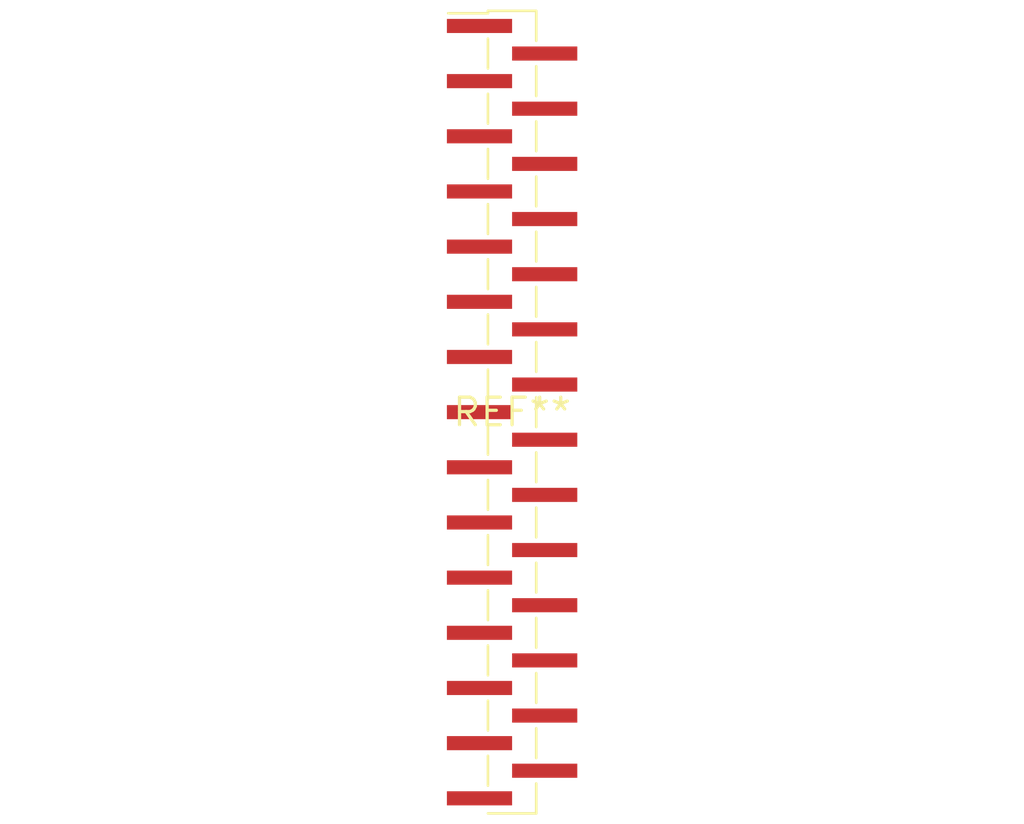
<source format=kicad_pcb>
(kicad_pcb (version 20240108) (generator pcbnew)
  (layers (0 "F.Cu" signal) (31 "B.Cu" signal) (34 "B.Paste" user) (35 "F.Paste" user) (36 "B.SilkS" user "B.Silkscreen") (37 "F.SilkS" user "F.Silkscreen") (38 "B.Mask" user) (39 "F.Mask" user) (44 "Edge.Cuts" user))
  (net 0 "")
  (footprint "PinHeader_1x29_P1.27mm_Vertical_SMD_Pin1Left" (layer "F.Cu") (at 0 0)
    (property "Reference" "REF**")
    (property "Value" "PinHeader_1x29_P1.27mm_Vertical_SMD_Pin1Left")
    (fp_line (start -1.11 -18.475) (end -1.11 -18.365) (layer "F.SilkS") (stroke (width 0.12)))
    (fp_line (start -1.11 -18.475) (end 1.11 -18.475) (layer "F.SilkS") (stroke (width 0.12)))
    (fp_line (start -1.11 -18.365) (end -2.94 -18.365) (layer "F.SilkS") (stroke (width 0.12)))
    (fp_line (start -1.11 -17.195) (end -1.11 -15.825) (layer "F.SilkS") (stroke (width 0.12)))
    (fp_line (start -1.11 -14.655) (end -1.11 -13.285) (layer "F.SilkS") (stroke (width 0.12)))
    (fp_line (start -1.11 -12.115) (end -1.11 -10.745) (layer "F.SilkS") (stroke (width 0.12)))
    (fp_line (start -1.11 -9.575) (end -1.11 -8.205) (layer "F.SilkS") (stroke (width 0.12)))
    (fp_line (start -1.11 -7.035) (end -1.11 -5.665) (layer "F.SilkS") (stroke (width 0.12)))
    (fp_line (start -1.11 -4.495) (end -1.11 -3.125) (layer "F.SilkS") (stroke (width 0.12)))
    (fp_line (start -1.11 -1.955) (end -1.11 -0.585) (layer "F.SilkS") (stroke (width 0.12)))
    (fp_line (start -1.11 0.585) (end -1.11 1.955) (layer "F.SilkS") (stroke (width 0.12)))
    (fp_line (start -1.11 3.125) (end -1.11 4.495) (layer "F.SilkS") (stroke (width 0.12)))
    (fp_line (start -1.11 5.665) (end -1.11 7.035) (layer "F.SilkS") (stroke (width 0.12)))
    (fp_line (start -1.11 8.205) (end -1.11 9.575) (layer "F.SilkS") (stroke (width 0.12)))
    (fp_line (start -1.11 10.745) (end -1.11 12.115) (layer "F.SilkS") (stroke (width 0.12)))
    (fp_line (start -1.11 13.285) (end -1.11 14.655) (layer "F.SilkS") (stroke (width 0.12)))
    (fp_line (start -1.11 15.825) (end -1.11 17.195) (layer "F.SilkS") (stroke (width 0.12)))
    (fp_line (start -1.11 18.475) (end 1.11 18.475) (layer "F.SilkS") (stroke (width 0.12)))
    (fp_line (start 1.11 -18.465) (end 1.11 -17.095) (layer "F.SilkS") (stroke (width 0.12)))
    (fp_line (start 1.11 -15.925) (end 1.11 -14.555) (layer "F.SilkS") (stroke (width 0.12)))
    (fp_line (start 1.11 -13.385) (end 1.11 -12.015) (layer "F.SilkS") (stroke (width 0.12)))
    (fp_line (start 1.11 -10.845) (end 1.11 -9.475) (layer "F.SilkS") (stroke (width 0.12)))
    (fp_line (start 1.11 -8.305) (end 1.11 -6.935) (layer "F.SilkS") (stroke (width 0.12)))
    (fp_line (start 1.11 -5.765) (end 1.11 -4.395) (layer "F.SilkS") (stroke (width 0.12)))
    (fp_line (start 1.11 -3.225) (end 1.11 -1.855) (layer "F.SilkS") (stroke (width 0.12)))
    (fp_line (start 1.11 -0.685) (end 1.11 0.685) (layer "F.SilkS") (stroke (width 0.12)))
    (fp_line (start 1.11 1.855) (end 1.11 3.225) (layer "F.SilkS") (stroke (width 0.12)))
    (fp_line (start 1.11 4.395) (end 1.11 5.765) (layer "F.SilkS") (stroke (width 0.12)))
    (fp_line (start 1.11 6.935) (end 1.11 8.305) (layer "F.SilkS") (stroke (width 0.12)))
    (fp_line (start 1.11 9.475) (end 1.11 10.845) (layer "F.SilkS") (stroke (width 0.12)))
    (fp_line (start 1.11 12.015) (end 1.11 13.385) (layer "F.SilkS") (stroke (width 0.12)))
    (fp_line (start 1.11 14.555) (end 1.11 15.925) (layer "F.SilkS") (stroke (width 0.12)))
    (fp_line (start 1.11 17.095) (end 1.11 18.465) (layer "F.SilkS") (stroke (width 0.12)))
    (fp_line (start 1.11 18.365) (end 1.11 18.475) (layer "F.SilkS") (stroke (width 0.12)))
    (pad "1" smd rect (at -1.5 -17.78) (size 3 0.65) (layers "F.Cu" "F.Paste" "F.Mask"))
    (pad "2" smd rect (at 1.5 -16.51) (size 3 0.65) (layers "F.Cu" "F.Paste" "F.Mask"))
    (pad "3" smd rect (at -1.5 -15.24) (size 3 0.65) (layers "F.Cu" "F.Paste" "F.Mask"))
    (pad "4" smd rect (at 1.5 -13.97) (size 3 0.65) (layers "F.Cu" "F.Paste" "F.Mask"))
    (pad "5" smd rect (at -1.5 -12.7) (size 3 0.65) (layers "F.Cu" "F.Paste" "F.Mask"))
    (pad "6" smd rect (at 1.5 -11.43) (size 3 0.65) (layers "F.Cu" "F.Paste" "F.Mask"))
    (pad "7" smd rect (at -1.5 -10.16) (size 3 0.65) (layers "F.Cu" "F.Paste" "F.Mask"))
    (pad "8" smd rect (at 1.5 -8.89) (size 3 0.65) (layers "F.Cu" "F.Paste" "F.Mask"))
    (pad "9" smd rect (at -1.5 -7.62) (size 3 0.65) (layers "F.Cu" "F.Paste" "F.Mask"))
    (pad "10" smd rect (at 1.5 -6.35) (size 3 0.65) (layers "F.Cu" "F.Paste" "F.Mask"))
    (pad "11" smd rect (at -1.5 -5.08) (size 3 0.65) (layers "F.Cu" "F.Paste" "F.Mask"))
    (pad "12" smd rect (at 1.5 -3.81) (size 3 0.65) (layers "F.Cu" "F.Paste" "F.Mask"))
    (pad "13" smd rect (at -1.5 -2.54) (size 3 0.65) (layers "F.Cu" "F.Paste" "F.Mask"))
    (pad "14" smd rect (at 1.5 -1.27) (size 3 0.65) (layers "F.Cu" "F.Paste" "F.Mask"))
    (pad "15" smd rect (at -1.5 0) (size 3 0.65) (layers "F.Cu" "F.Paste" "F.Mask"))
    (pad "16" smd rect (at 1.5 1.27) (size 3 0.65) (layers "F.Cu" "F.Paste" "F.Mask"))
    (pad "17" smd rect (at -1.5 2.54) (size 3 0.65) (layers "F.Cu" "F.Paste" "F.Mask"))
    (pad "18" smd rect (at 1.5 3.81) (size 3 0.65) (layers "F.Cu" "F.Paste" "F.Mask"))
    (pad "19" smd rect (at -1.5 5.08) (size 3 0.65) (layers "F.Cu" "F.Paste" "F.Mask"))
    (pad "20" smd rect (at 1.5 6.35) (size 3 0.65) (layers "F.Cu" "F.Paste" "F.Mask"))
    (pad "21" smd rect (at -1.5 7.62) (size 3 0.65) (layers "F.Cu" "F.Paste" "F.Mask"))
    (pad "22" smd rect (at 1.5 8.89) (size 3 0.65) (layers "F.Cu" "F.Paste" "F.Mask"))
    (pad "23" smd rect (at -1.5 10.16) (size 3 0.65) (layers "F.Cu" "F.Paste" "F.Mask"))
    (pad "24" smd rect (at 1.5 11.43) (size 3 0.65) (layers "F.Cu" "F.Paste" "F.Mask"))
    (pad "25" smd rect (at -1.5 12.7) (size 3 0.65) (layers "F.Cu" "F.Paste" "F.Mask"))
    (pad "26" smd rect (at 1.5 13.97) (size 3 0.65) (layers "F.Cu" "F.Paste" "F.Mask"))
    (pad "27" smd rect (at -1.5 15.24) (size 3 0.65) (layers "F.Cu" "F.Paste" "F.Mask"))
    (pad "28" smd rect (at 1.5 16.51) (size 3 0.65) (layers "F.Cu" "F.Paste" "F.Mask"))
    (pad "29" smd rect (at -1.5 17.78) (size 3 0.65) (layers "F.Cu" "F.Paste" "F.Mask"))
  )
)
</source>
